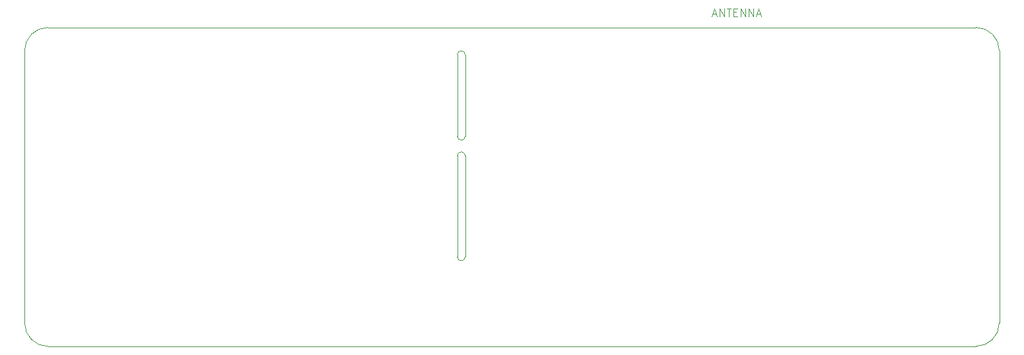
<source format=gbr>
G04 #@! TF.GenerationSoftware,KiCad,Pcbnew,5.1.2-f72e74a~84~ubuntu19.04.1*
G04 #@! TF.CreationDate,2019-06-02T16:59:08+01:00*
G04 #@! TF.ProjectId,Power Monitor MK3,506f7765-7220-44d6-9f6e-69746f72204d,rev?*
G04 #@! TF.SameCoordinates,Original*
G04 #@! TF.FileFunction,Profile,NP*
%FSLAX46Y46*%
G04 Gerber Fmt 4.6, Leading zero omitted, Abs format (unit mm)*
G04 Created by KiCad (PCBNEW 5.1.2-f72e74a~84~ubuntu19.04.1) date 2019-06-02 16:59:08*
%MOMM*%
%LPD*%
G04 APERTURE LIST*
%ADD10C,0.050000*%
G04 APERTURE END LIST*
D10*
X76000000Y-90000000D02*
X195000000Y-90000000D01*
X195000000Y-131000000D02*
X76000000Y-131000000D01*
X198000000Y-128000000D02*
G75*
G02X195000000Y-131000000I-3000000J0D01*
G01*
X195000000Y-90000000D02*
G75*
G02X198000000Y-93000000I0J-3000000D01*
G01*
X198000000Y-128000000D02*
X198000000Y-93000000D01*
X73000000Y-128000000D02*
X73000000Y-93000000D01*
X73000000Y-93000000D02*
G75*
G02X76000000Y-90000000I3000000J0D01*
G01*
X76000000Y-131000000D02*
G75*
G02X73000000Y-128000000I0J3000000D01*
G01*
X129500000Y-104000000D02*
X129500000Y-93500000D01*
X128500000Y-93500000D02*
X128500000Y-104000000D01*
X129000000Y-93000000D02*
G75*
G02X129500000Y-93500000I0J-500000D01*
G01*
X128500000Y-93500000D02*
G75*
G02X129000000Y-93000000I500000J0D01*
G01*
X129000000Y-104500000D02*
G75*
G02X128500000Y-104000000I0J500000D01*
G01*
X129500000Y-104000000D02*
G75*
G02X129000000Y-104500000I-500000J0D01*
G01*
X129500000Y-106500000D02*
X129500000Y-119500000D01*
X128500000Y-119500000D02*
X128500000Y-106500000D01*
X129000000Y-120000000D02*
G75*
G02X128500000Y-119500000I0J500000D01*
G01*
X129500000Y-119500000D02*
G75*
G02X129000000Y-120000000I-500000J0D01*
G01*
X129000000Y-106000000D02*
G75*
G02X129500000Y-106500000I0J-500000D01*
G01*
X128500000Y-106500000D02*
G75*
G02X129000000Y-106000000I500000J0D01*
G01*
X161228571Y-88266666D02*
X161704761Y-88266666D01*
X161133333Y-88552380D02*
X161466666Y-87552380D01*
X161800000Y-88552380D01*
X162133333Y-88552380D02*
X162133333Y-87552380D01*
X162704761Y-88552380D01*
X162704761Y-87552380D01*
X163038095Y-87552380D02*
X163609523Y-87552380D01*
X163323809Y-88552380D02*
X163323809Y-87552380D01*
X163942857Y-88028571D02*
X164276190Y-88028571D01*
X164419047Y-88552380D02*
X163942857Y-88552380D01*
X163942857Y-87552380D01*
X164419047Y-87552380D01*
X164847619Y-88552380D02*
X164847619Y-87552380D01*
X165419047Y-88552380D01*
X165419047Y-87552380D01*
X165895238Y-88552380D02*
X165895238Y-87552380D01*
X166466666Y-88552380D01*
X166466666Y-87552380D01*
X166895238Y-88266666D02*
X167371428Y-88266666D01*
X166800000Y-88552380D02*
X167133333Y-87552380D01*
X167466666Y-88552380D01*
M02*

</source>
